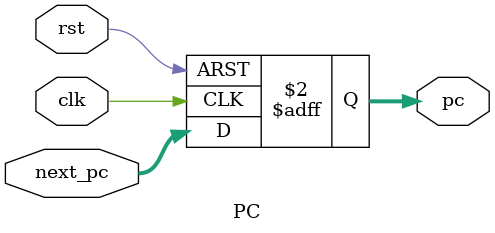
<source format=v>
module PC(
    input clk,
    input rst,
    input [31:0] next_pc,
    output reg [31:0] pc
);

always@(posedge clk or posedge rst) begin
    if(rst) pc <= 32'd0;
    else pc <= next_pc;
end

endmodule
</source>
